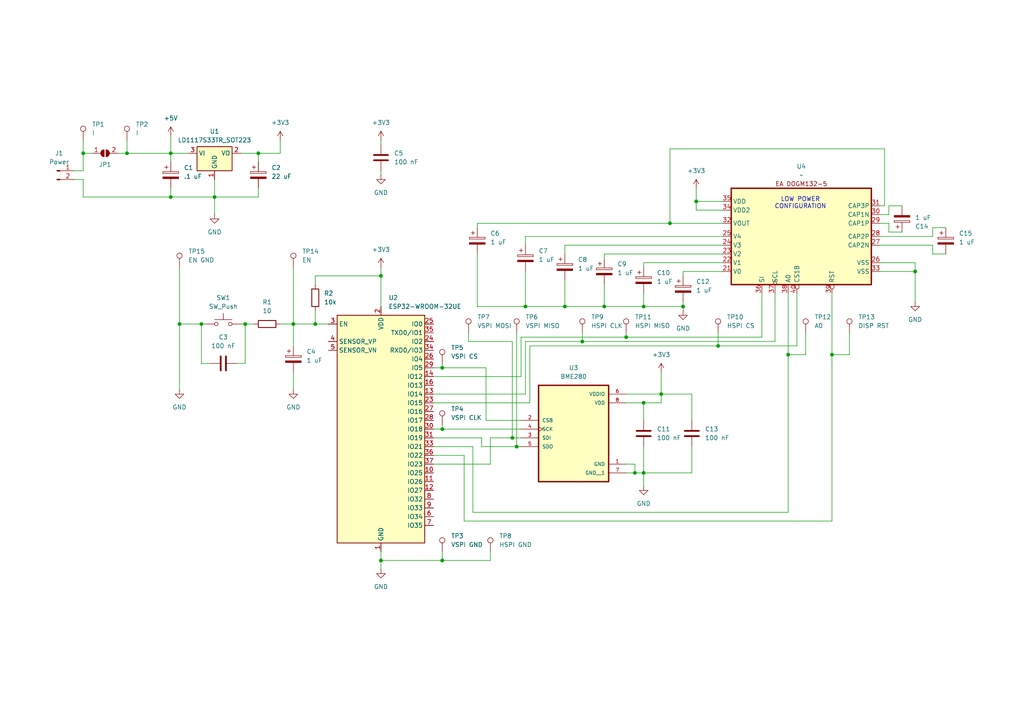
<source format=kicad_sch>
(kicad_sch (version 20231120) (generator "eeschema") (generator_version "8.0")
  (paper "A4")
  (lib_symbols
    (symbol "Connector:Conn_01x02_Pin" (pin_names (offset 1.016) hide)
      (property "Reference" "J" (at 0 2.54 0))
      (property "Value" "Conn_01x02_Pin" (at 0 -5.08 0))
      (symbol "Conn_01x02_Pin_1_1"
        (polyline (pts (xy 1.27 -2.54) (xy 0.8636 -2.54)) (stroke (width 0.1524)))
        (polyline (pts (xy 1.27 0) (xy 0.8636 0)) (stroke (width 0.1524)))
        (rectangle (start 0.8636 -2.413) (end 0 -2.667) (stroke (width 0.1524)) (fill (type outline)))
        (rectangle (start 0.8636 0.127) (end 0 -0.127) (stroke (width 0.1524)) (fill (type outline)))
        (pin passive line (at 5.08 0 180) (length 3.81) (name "Pin_1") (number "1"))
        (pin passive line (at 5.08 -2.54 180) (length 3.81) (name "Pin_2") (number "2"))
      )
    )
    (symbol "Connector:TestPoint" (pin_numbers hide) (pin_names (offset 0.762) hide)
      (property "Reference" "TP" (at 0 6.858 0))
      (property "Value" "TestPoint" (at 0 5.08 0))
      (symbol "TestPoint_0_1"
        (circle (center 0 3.302) (radius 0.762))
      )
      (symbol "TestPoint_1_1"
        (pin passive line (at 0 0 90) (length 2.54) (name "1") (number "1"))
      )
    )
    (symbol "Device:C" (pin_numbers hide) (pin_names (offset 0.254))
      (property "Reference" "C" (at 0.635 2.54 0))
      (property "Value" "C" (at 0.635 -2.54 0))
      (symbol "C_0_1"
        (polyline (pts (xy -2.032 -0.762) (xy 2.032 -0.762)) (stroke (width 0.508)))
        (polyline (pts (xy -2.032 0.762) (xy 2.032 0.762)) (stroke (width 0.508)))
      )
      (symbol "C_1_1"
        (pin passive line (at 0 3.81 270) (length 2.794) (name "~") (number "1"))
        (pin passive line (at 0 -3.81 90) (length 2.794) (name "~") (number "2"))
      )
    )
    (symbol "Device:C_Polarized" (pin_numbers hide) (pin_names (offset 0.254))
      (property "Reference" "C" (at 0.635 2.54 0))
      (property "Value" "C_Polarized" (at 0.635 -2.54 0))
      (symbol "C_Polarized_0_1"
        (rectangle (start -2.286 0.508) (end 2.286 1.016))
        (polyline (pts (xy -1.778 2.286) (xy -0.762 2.286)))
        (polyline (pts (xy -1.27 2.794) (xy -1.27 1.778)))
        (rectangle (start 2.286 -0.508) (end -2.286 -1.016) (fill (type outline)))
      )
      (symbol "C_Polarized_1_1"
        (pin passive line (at 0 3.81 270) (length 2.794) (name "~") (number "1"))
        (pin passive line (at 0 -3.81 90) (length 2.794) (name "~") (number "2"))
      )
    )
    (symbol "Device:R" (pin_numbers hide) (pin_names (offset 0))
      (property "Reference" "R" (at 2.032 0 90))
      (property "Value" "R" (at 0 0 90))
      (symbol "R_0_1"
        (rectangle (start -1.016 -2.54) (end 1.016 2.54) (stroke (width 0.254)))
      )
      (symbol "R_1_1"
        (pin passive line (at 0 3.81 270) (length 1.27) (name "~") (number "1"))
        (pin passive line (at 0 -3.81 90) (length 1.27) (name "~") (number "2"))
      )
    )
    (symbol "Jumper:SolderJumper_2_Open" (pin_names (offset 0) hide)
      (property "Reference" "JP" (at 0 2.032 0))
      (property "Value" "SolderJumper_2_Open" (at 0 -2.54 0))
      (symbol "SolderJumper_2_Open_0_1"
        (arc (start -0.254 1.016) (mid -1.2656 0) (end -0.254 -1.016))
        (arc (start -0.254 1.016) (mid -1.2656 0) (end -0.254 -1.016) (fill (type outline)))
        (polyline (pts (xy -0.254 1.016) (xy -0.254 -1.016)))
        (polyline (pts (xy 0.254 1.016) (xy 0.254 -1.016)))
        (arc (start 0.254 -1.016) (mid 1.2656 0) (end 0.254 1.016))
        (arc (start 0.254 -1.016) (mid 1.2656 0) (end 0.254 1.016) (fill (type outline)))
      )
      (symbol "SolderJumper_2_Open_1_1"
        (pin passive line (at -3.81 0 0) (length 2.54) (name "A") (number "1"))
        (pin passive line (at 3.81 0 180) (length 2.54) (name "B") (number "2"))
      )
    )
    (symbol "RF_Module:ESP32-WROOM-32UE"
      (property "Reference" "U" (at -12.7 34.29 0))
      (property "Value" "ESP32-WROOM-32UE" (at 1.27 34.29 0))
      (symbol "ESP32-WROOM-32UE_0_1"
        (rectangle (start -12.7 33.02) (end 12.7 -33.02) (stroke (width 0.254)) (fill (type background)))
      )
      (symbol "ESP32-WROOM-32UE_1_1"
        (pin power_in line (at 0 -35.56 90) (length 2.54) (name "GND") (number "1"))
        (pin bidirectional line (at 15.24 -12.7 180) (length 2.54) (name "IO25") (number "10"))
        (pin bidirectional line (at 15.24 -15.24 180) (length 2.54) (name "IO26") (number "11"))
        (pin bidirectional line (at 15.24 -17.78 180) (length 2.54) (name "IO27") (number "12"))
        (pin bidirectional line (at 15.24 10.16 180) (length 2.54) (name "IO14") (number "13"))
        (pin bidirectional line (at 15.24 15.24 180) (length 2.54) (name "IO12") (number "14"))
        (pin passive line (at 0 -35.56 90) (length 2.54) hide (name "GND") (number "15"))
        (pin bidirectional line (at 15.24 12.7 180) (length 2.54) (name "IO13") (number "16"))
        (pin no_connect line (at -12.7 -5.08 0) (length 2.54) hide (name "NC") (number "17"))
        (pin no_connect line (at -12.7 -7.62 0) (length 2.54) hide (name "NC") (number "18"))
        (pin no_connect line (at -12.7 -12.7 0) (length 2.54) hide (name "NC") (number "19"))
        (pin power_in line (at 0 35.56 270) (length 2.54) (name "VDD") (number "2"))
        (pin no_connect line (at -12.7 -10.16 0) (length 2.54) hide (name "NC") (number "20"))
        (pin no_connect line (at -12.7 0 0) (length 2.54) hide (name "NC") (number "21"))
        (pin no_connect line (at -12.7 -2.54 0) (length 2.54) hide (name "NC") (number "22"))
        (pin bidirectional line (at 15.24 7.62 180) (length 2.54) (name "IO15") (number "23"))
        (pin bidirectional line (at 15.24 25.4 180) (length 2.54) (name "IO2") (number "24"))
        (pin bidirectional line (at 15.24 30.48 180) (length 2.54) (name "IO0") (number "25"))
        (pin bidirectional line (at 15.24 20.32 180) (length 2.54) (name "IO4") (number "26"))
        (pin bidirectional line (at 15.24 5.08 180) (length 2.54) (name "IO16") (number "27"))
        (pin bidirectional line (at 15.24 2.54 180) (length 2.54) (name "IO17") (number "28"))
        (pin bidirectional line (at 15.24 17.78 180) (length 2.54) (name "IO5") (number "29"))
        (pin input line (at -15.24 30.48 0) (length 2.54) (name "EN") (number "3"))
        (pin bidirectional line (at 15.24 0 180) (length 2.54) (name "IO18") (number "30"))
        (pin bidirectional line (at 15.24 -2.54 180) (length 2.54) (name "IO19") (number "31"))
        (pin no_connect line (at -12.7 -27.94 0) (length 2.54) hide (name "NC") (number "32"))
        (pin bidirectional line (at 15.24 -5.08 180) (length 2.54) (name "IO21") (number "33"))
        (pin bidirectional line (at 15.24 22.86 180) (length 2.54) (name "RXD0/IO3") (number "34"))
        (pin bidirectional line (at 15.24 27.94 180) (length 2.54) (name "TXD0/IO1") (number "35"))
        (pin bidirectional line (at 15.24 -7.62 180) (length 2.54) (name "IO22") (number "36"))
        (pin bidirectional line (at 15.24 -10.16 180) (length 2.54) (name "IO23") (number "37"))
        (pin passive line (at 0 -35.56 90) (length 2.54) hide (name "GND") (number "38"))
        (pin passive line (at 0 -35.56 90) (length 2.54) hide (name "GND") (number "39"))
        (pin input line (at -15.24 25.4 0) (length 2.54) (name "SENSOR_VP") (number "4"))
        (pin input line (at -15.24 22.86 0) (length 2.54) (name "SENSOR_VN") (number "5"))
        (pin input line (at 15.24 -25.4 180) (length 2.54) (name "IO34") (number "6"))
        (pin input line (at 15.24 -27.94 180) (length 2.54) (name "IO35") (number "7"))
        (pin bidirectional line (at 15.24 -20.32 180) (length 2.54) (name "IO32") (number "8"))
        (pin bidirectional line (at 15.24 -22.86 180) (length 2.54) (name "IO33") (number "9"))
      )
    )
    (symbol "Regulator_Linear:LD1117S33TR_SOT223"
      (property "Reference" "U" (at -3.81 3.175 0))
      (property "Value" "LD1117S33TR_SOT223" (at 0 3.175 0))
      (symbol "LD1117S33TR_SOT223_0_1"
        (rectangle (start -5.08 -5.08) (end 5.08 1.905) (stroke (width 0.254)) (fill (type background)))
      )
      (symbol "LD1117S33TR_SOT223_1_1"
        (pin power_in line (at 0 -7.62 90) (length 2.54) (name "GND") (number "1"))
        (pin power_out line (at 7.62 0 180) (length 2.54) (name "VO") (number "2"))
        (pin power_in line (at -7.62 0 0) (length 2.54) (name "VI") (number "3"))
      )
    )
    (symbol "Switch:SW_Push" (pin_numbers hide) (pin_names (offset 1.016) hide)
      (property "Reference" "SW" (at 1.27 2.54 0))
      (property "Value" "SW_Push" (at 0 -1.524 0))
      (symbol "SW_Push_0_1"
        (circle (center -2.032 0) (radius 0.508))
        (polyline (pts (xy 0 1.27) (xy 0 3.048)))
        (polyline (pts (xy 2.54 1.27) (xy -2.54 1.27)))
        (circle (center 2.032 0) (radius 0.508))
        (pin passive line (at -5.08 0 0) (length 2.54) (name "1") (number "1"))
        (pin passive line (at 5.08 0 180) (length 2.54) (name "2") (number "2"))
      )
    )
    (symbol "gos:BME280" (pin_names (offset 1.016))
      (property "Reference" "U" (at -10.1662 13.3431 0))
      (property "Value" "BME280" (at -10.1683 -17.7924 0))
      (symbol "BME280_0_0"
        (rectangle (start -10.16 -15.24) (end 10.16 12.7) (stroke (width 0.4064)) (fill (type background)))
        (pin power_in line (at 15.24 -10.16 180) (length 5.08) (name "GND") (number "1"))
        (pin input line (at -15.24 2.54 0) (length 5.08) (name "CSB") (number "2"))
        (pin bidirectional line (at -15.24 -2.54 0) (length 5.08) (name "SDI") (number "3"))
        (pin input clock (at -15.24 0 0) (length 5.08) (name "SCK") (number "4"))
        (pin bidirectional line (at -15.24 -5.08 0) (length 5.08) (name "SDO") (number "5"))
        (pin power_in line (at 15.24 10.16 180) (length 5.08) (name "VDDIO") (number "6"))
        (pin power_in line (at 15.24 -12.7 180) (length 5.08) (name "GND__1") (number "7"))
        (pin power_in line (at 15.24 7.62 180) (length 5.08) (name "VDD") (number "8"))
      )
    )
    (symbol "gos:DOGM132"
      (property "Reference" "U" (at 0 17.018 0))
      (symbol "DOGM132_0_0"
        (rectangle (start -20.32 13.97) (end 20.32 -13.97) (stroke (width 0.4064)) (fill (type background)))
      )
      (symbol "DOGM132_1_1"
        (text "EA DOGM132-5" (at 0 15.24 0) (effects (font (size 1.27 1.27))))
        (pin passive line (at -22.86 -10.16 0) (length 2.54) (name "V0") (number "21"))
        (pin passive line (at -22.86 -7.62 0) (length 2.54) (name "V1") (number "22"))
        (pin passive line (at -22.86 -5.08 0) (length 2.54) (name "V2") (number "23"))
        (pin passive line (at -22.86 -2.54 0) (length 2.54) (name "V3") (number "24"))
        (pin passive line (at -22.86 0 0) (length 2.54) (name "V4") (number "25"))
        (pin power_in line (at 22.86 -7.62 180) (length 2.54) (name "VSS") (number "26"))
        (pin passive line (at 22.86 -2.54 180) (length 2.54) (name "CAP2N") (number "27"))
        (pin passive line (at 22.86 0 180) (length 2.54) (name "CAP2P") (number "28"))
        (pin passive line (at 22.86 3.81 180) (length 2.54) (name "CAP1P") (number "29"))
        (pin passive line (at 22.86 6.35 180) (length 2.54) (name "CAP1N") (number "30"))
        (pin passive line (at 22.86 8.89 180) (length 2.54) (name "CAP3P") (number "31"))
        (pin power_out line (at -22.86 3.81 0) (length 2.54) (name "VOUT") (number "32"))
        (pin power_in line (at 22.86 -10.16 180) (length 2.54) (name "VSS") (number "33"))
        (pin power_in line (at -22.86 7.62 0) (length 2.54) (name "VDD2") (number "34"))
        (pin power_in line (at -22.86 10.16 0) (length 2.54) (name "VDD") (number "35"))
        (pin input line (at -11.43 -16.51 90) (length 2.54) (name "SI") (number "36"))
        (pin input clock (at -7.62 -16.51 90) (length 2.54) (name "SCL") (number "37"))
        (pin input line (at -3.81 -16.51 90) (length 2.54) (name "A0") (number "38"))
        (pin input inverted (at 8.89 -16.51 90) (length 2.54) (name "RST") (number "39"))
        (pin input inverted (at -1.27 -16.51 90) (length 2.54) (name "CS1B") (number "40"))
      )
    )
    (symbol "power:+3V3" (power) (pin_numbers hide) (pin_names (offset 0) hide)
      (property "Value" "+3V3" (at 0 3.556 0))
      (symbol "+3V3_0_1"
        (polyline (pts (xy -0.762 1.27) (xy 0 2.54)))
        (polyline (pts (xy 0 0) (xy 0 2.54)))
        (polyline (pts (xy 0 2.54) (xy 0.762 1.27)))
      )
      (symbol "+3V3_1_1"
        (pin power_in line (at 0 0 90) (length 0) (name "~") (number "1"))
      )
    )
    (symbol "power:+5V" (power) (pin_numbers hide) (pin_names (offset 0) hide)
      (property "Value" "+5V" (at 0 3.556 0))
      (symbol "+5V_0_1"
        (polyline (pts (xy -0.762 1.27) (xy 0 2.54)))
        (polyline (pts (xy 0 0) (xy 0 2.54)))
        (polyline (pts (xy 0 2.54) (xy 0.762 1.27)))
      )
      (symbol "+5V_1_1"
        (pin power_in line (at 0 0 90) (length 0) (name "~") (number "1"))
      )
    )
    (symbol "power:GND" (power) (pin_numbers hide) (pin_names (offset 0) hide)
      (property "Value" "GND" (at 0 -3.81 0))
      (symbol "GND_0_1"
        (polyline (pts (xy 0 0) (xy 0 -1.27) (xy 1.27 -1.27) (xy 0 -2.54) (xy -1.27 -1.27) (xy 0 -1.27)))
      )
      (symbol "GND_1_1"
        (pin power_in line (at 0 0 270) (length 0) (name "~") (number "1"))
      )
    )
  )
  (junction (at 228.6 102.87))
  (junction (at 49.53 44.45))
  (junction (at 208.28 100.33))
  (junction (at 194.31 64.77))
  (junction (at 175.26 88.9))
  (junction (at 265.43 78.74))
  (junction (at 110.49 80.01))
  (junction (at 110.49 162.56))
  (junction (at 241.3 102.87))
  (junction (at 128.27 106.68))
  (junction (at 62.23 57.15))
  (junction (at 85.09 93.98))
  (junction (at 186.69 116.84))
  (junction (at 152.4 88.9))
  (junction (at 128.27 162.56))
  (junction (at 198.12 88.9))
  (junction (at 191.77 114.3))
  (junction (at 163.83 88.9))
  (junction (at 186.69 88.9))
  (junction (at 71.12 93.98))
  (junction (at 36.83 44.45))
  (junction (at 52.07 93.98))
  (junction (at 74.93 44.45))
  (junction (at 149.86 129.54))
  (junction (at 128.27 124.46))
  (junction (at 201.93 58.42))
  (junction (at 184.15 137.16))
  (junction (at 58.42 93.98))
  (junction (at 186.69 137.16))
  (junction (at 24.13 44.45))
  (junction (at 168.91 99.06))
  (junction (at 49.53 57.15))
  (junction (at 181.61 97.79))
  (junction (at 148.59 127))
  (junction (at 91.44 93.98))
  (wire (pts (xy 125.73 116.84) (xy 153.67 116.84)))
  (wire (pts (xy 163.83 81.28) (xy 163.83 88.9)))
  (wire (pts (xy 148.59 99.06) (xy 148.59 127)))
  (wire (pts (xy 198.12 87.63) (xy 198.12 88.9)))
  (wire (pts (xy 125.73 132.08) (xy 134.62 132.08)))
  (wire (pts (xy 85.09 93.98) (xy 91.44 93.98)))
  (wire (pts (xy 91.44 80.01) (xy 110.49 80.01)))
  (wire (pts (xy 209.55 60.96) (xy 201.93 60.96)))
  (wire (pts (xy 91.44 93.98) (xy 91.44 90.17)))
  (wire (pts (xy 209.55 71.12) (xy 163.83 71.12)))
  (wire (pts (xy 71.12 105.41) (xy 71.12 93.98)))
  (wire (pts (xy 191.77 114.3) (xy 191.77 116.84)))
  (wire (pts (xy 231.14 100.33) (xy 231.14 85.09)))
  (wire (pts (xy 255.27 64.77) (xy 257.81 64.77)))
  (wire (pts (xy 135.89 99.06) (xy 148.59 99.06)))
  (wire (pts (xy 233.68 96.52) (xy 233.68 102.87)))
  (wire (pts (xy 49.53 44.45) (xy 49.53 46.99)))
  (wire (pts (xy 270.51 71.12) (xy 270.51 73.66)))
  (wire (pts (xy 125.73 129.54) (xy 137.16 129.54)))
  (wire (pts (xy 208.28 96.52) (xy 208.28 100.33)))
  (wire (pts (xy 191.77 116.84) (xy 186.69 116.84)))
  (wire (pts (xy 246.38 96.52) (xy 246.38 102.87)))
  (wire (pts (xy 265.43 76.2) (xy 265.43 78.74)))
  (wire (pts (xy 128.27 106.68) (xy 140.97 106.68)))
  (wire (pts (xy 110.49 160.02) (xy 110.49 162.56)))
  (wire (pts (xy 224.79 99.06) (xy 224.79 85.09)))
  (wire (pts (xy 152.4 99.06) (xy 168.91 99.06)))
  (wire (pts (xy 34.29 44.45) (xy 36.83 44.45)))
  (wire (pts (xy 209.55 64.77) (xy 194.31 64.77)))
  (wire (pts (xy 62.23 57.15) (xy 62.23 62.23)))
  (wire (pts (xy 135.89 96.52) (xy 135.89 99.06)))
  (wire (pts (xy 153.67 100.33) (xy 208.28 100.33)))
  (wire (pts (xy 138.43 73.66) (xy 138.43 88.9)))
  (wire (pts (xy 58.42 93.98) (xy 59.69 93.98)))
  (wire (pts (xy 181.61 96.52) (xy 181.61 97.79)))
  (wire (pts (xy 209.55 78.74) (xy 198.12 78.74)))
  (wire (pts (xy 255.27 78.74) (xy 265.43 78.74)))
  (wire (pts (xy 186.69 76.2) (xy 186.69 77.47)))
  (wire (pts (xy 140.97 121.92) (xy 151.13 121.92)))
  (wire (pts (xy 257.81 67.31) (xy 261.62 67.31)))
  (wire (pts (xy 255.27 62.23) (xy 257.81 62.23)))
  (wire (pts (xy 91.44 82.55) (xy 91.44 80.01)))
  (wire (pts (xy 91.44 93.98) (xy 95.25 93.98)))
  (wire (pts (xy 139.7 129.54) (xy 149.86 129.54)))
  (wire (pts (xy 110.49 80.01) (xy 110.49 88.9)))
  (wire (pts (xy 149.86 96.52) (xy 149.86 129.54)))
  (wire (pts (xy 198.12 78.74) (xy 198.12 80.01)))
  (wire (pts (xy 228.6 148.59) (xy 228.6 102.87)))
  (wire (pts (xy 125.73 109.22) (xy 151.13 109.22)))
  (wire (pts (xy 142.24 160.02) (xy 142.24 162.56)))
  (wire (pts (xy 201.93 58.42) (xy 201.93 54.61)))
  (wire (pts (xy 49.53 57.15) (xy 62.23 57.15)))
  (wire (pts (xy 152.4 68.58) (xy 152.4 71.12)))
  (wire (pts (xy 142.24 127) (xy 148.59 127)))
  (wire (pts (xy 255.27 71.12) (xy 270.51 71.12)))
  (wire (pts (xy 74.93 44.45) (xy 81.28 44.45)))
  (wire (pts (xy 52.07 77.47) (xy 52.07 93.98)))
  (wire (pts (xy 246.38 102.87) (xy 241.3 102.87)))
  (wire (pts (xy 265.43 78.74) (xy 265.43 87.63)))
  (wire (pts (xy 128.27 105.41) (xy 128.27 106.68)))
  (wire (pts (xy 140.97 106.68) (xy 140.97 121.92)))
  (wire (pts (xy 81.28 44.45) (xy 81.28 40.64)))
  (wire (pts (xy 24.13 52.07) (xy 24.13 57.15)))
  (wire (pts (xy 62.23 52.07) (xy 62.23 57.15)))
  (wire (pts (xy 186.69 121.92) (xy 186.69 116.84)))
  (wire (pts (xy 186.69 137.16) (xy 186.69 140.97)))
  (wire (pts (xy 257.81 64.77) (xy 257.81 67.31)))
  (wire (pts (xy 163.83 71.12) (xy 163.83 73.66)))
  (wire (pts (xy 151.13 109.22) (xy 151.13 97.79)))
  (wire (pts (xy 184.15 137.16) (xy 186.69 137.16)))
  (wire (pts (xy 209.55 58.42) (xy 201.93 58.42)))
  (wire (pts (xy 194.31 43.18) (xy 256.54 43.18)))
  (wire (pts (xy 138.43 64.77) (xy 138.43 66.04)))
  (wire (pts (xy 241.3 102.87) (xy 241.3 85.09)))
  (wire (pts (xy 186.69 88.9) (xy 198.12 88.9)))
  (wire (pts (xy 137.16 129.54) (xy 137.16 148.59)))
  (wire (pts (xy 194.31 64.77) (xy 138.43 64.77)))
  (wire (pts (xy 142.24 162.56) (xy 128.27 162.56)))
  (wire (pts (xy 52.07 113.03) (xy 52.07 93.98)))
  (wire (pts (xy 60.96 105.41) (xy 58.42 105.41)))
  (wire (pts (xy 152.4 114.3) (xy 152.4 99.06)))
  (wire (pts (xy 184.15 134.62) (xy 184.15 137.16)))
  (wire (pts (xy 209.55 76.2) (xy 186.69 76.2)))
  (wire (pts (xy 24.13 57.15) (xy 49.53 57.15)))
  (wire (pts (xy 175.26 73.66) (xy 175.26 74.93)))
  (wire (pts (xy 134.62 132.08) (xy 134.62 151.13)))
  (wire (pts (xy 24.13 40.64) (xy 24.13 44.45)))
  (wire (pts (xy 255.27 76.2) (xy 265.43 76.2)))
  (wire (pts (xy 128.27 123.19) (xy 128.27 124.46)))
  (wire (pts (xy 220.98 97.79) (xy 220.98 85.09)))
  (wire (pts (xy 54.61 44.45) (xy 49.53 44.45)))
  (wire (pts (xy 163.83 88.9) (xy 175.26 88.9)))
  (wire (pts (xy 85.09 93.98) (xy 85.09 100.33)))
  (wire (pts (xy 256.54 43.18) (xy 256.54 59.69)))
  (wire (pts (xy 36.83 40.64) (xy 36.83 44.45)))
  (wire (pts (xy 228.6 102.87) (xy 228.6 85.09)))
  (wire (pts (xy 110.49 40.64) (xy 110.49 41.91)))
  (wire (pts (xy 128.27 162.56) (xy 110.49 162.56)))
  (wire (pts (xy 152.4 88.9) (xy 163.83 88.9)))
  (wire (pts (xy 81.28 93.98) (xy 85.09 93.98)))
  (wire (pts (xy 168.91 96.52) (xy 168.91 99.06)))
  (wire (pts (xy 125.73 124.46) (xy 128.27 124.46)))
  (wire (pts (xy 255.27 68.58) (xy 270.51 68.58)))
  (wire (pts (xy 125.73 134.62) (xy 142.24 134.62)))
  (wire (pts (xy 186.69 137.16) (xy 200.66 137.16)))
  (wire (pts (xy 85.09 77.47) (xy 85.09 93.98)))
  (wire (pts (xy 142.24 134.62) (xy 142.24 127)))
  (wire (pts (xy 153.67 116.84) (xy 153.67 100.33)))
  (wire (pts (xy 186.69 85.09) (xy 186.69 88.9)))
  (wire (pts (xy 200.66 137.16) (xy 200.66 129.54)))
  (wire (pts (xy 191.77 114.3) (xy 181.61 114.3)))
  (wire (pts (xy 181.61 97.79) (xy 220.98 97.79)))
  (wire (pts (xy 149.86 129.54) (xy 151.13 129.54)))
  (wire (pts (xy 125.73 106.68) (xy 128.27 106.68)))
  (wire (pts (xy 241.3 151.13) (xy 241.3 102.87)))
  (wire (pts (xy 209.55 68.58) (xy 152.4 68.58)))
  (wire (pts (xy 257.81 59.69) (xy 261.62 59.69)))
  (wire (pts (xy 138.43 88.9) (xy 152.4 88.9)))
  (wire (pts (xy 233.68 102.87) (xy 228.6 102.87)))
  (wire (pts (xy 270.51 66.04) (xy 274.32 66.04)))
  (wire (pts (xy 110.49 77.47) (xy 110.49 80.01)))
  (wire (pts (xy 110.49 162.56) (xy 110.49 165.1)))
  (wire (pts (xy 256.54 59.69) (xy 255.27 59.69)))
  (wire (pts (xy 200.66 114.3) (xy 191.77 114.3)))
  (wire (pts (xy 191.77 107.95) (xy 191.77 114.3)))
  (wire (pts (xy 85.09 107.95) (xy 85.09 113.03)))
  (wire (pts (xy 270.51 73.66) (xy 274.32 73.66)))
  (wire (pts (xy 52.07 93.98) (xy 58.42 93.98)))
  (wire (pts (xy 36.83 44.45) (xy 49.53 44.45)))
  (wire (pts (xy 181.61 134.62) (xy 184.15 134.62)))
  (wire (pts (xy 175.26 88.9) (xy 186.69 88.9)))
  (wire (pts (xy 208.28 100.33) (xy 231.14 100.33)))
  (wire (pts (xy 148.59 127) (xy 151.13 127)))
  (wire (pts (xy 128.27 124.46) (xy 151.13 124.46)))
  (wire (pts (xy 62.23 57.15) (xy 74.93 57.15)))
  (wire (pts (xy 24.13 44.45) (xy 24.13 49.53)))
  (wire (pts (xy 200.66 121.92) (xy 200.66 114.3)))
  (wire (pts (xy 186.69 137.16) (xy 186.69 129.54)))
  (wire (pts (xy 168.91 99.06) (xy 224.79 99.06)))
  (wire (pts (xy 24.13 44.45) (xy 26.67 44.45)))
  (wire (pts (xy 24.13 49.53) (xy 21.59 49.53)))
  (wire (pts (xy 21.59 52.07) (xy 24.13 52.07)))
  (wire (pts (xy 49.53 54.61) (xy 49.53 57.15)))
  (wire (pts (xy 49.53 44.45) (xy 49.53 39.37)))
  (wire (pts (xy 68.58 105.41) (xy 71.12 105.41)))
  (wire (pts (xy 137.16 148.59) (xy 228.6 148.59)))
  (wire (pts (xy 181.61 137.16) (xy 184.15 137.16)))
  (wire (pts (xy 175.26 82.55) (xy 175.26 88.9)))
  (wire (pts (xy 186.69 116.84) (xy 181.61 116.84)))
  (wire (pts (xy 58.42 105.41) (xy 58.42 93.98)))
  (wire (pts (xy 125.73 127) (xy 139.7 127)))
  (wire (pts (xy 152.4 78.74) (xy 152.4 88.9)))
  (wire (pts (xy 139.7 127) (xy 139.7 129.54)))
  (wire (pts (xy 128.27 160.02) (xy 128.27 162.56)))
  (wire (pts (xy 194.31 64.77) (xy 194.31 43.18)))
  (wire (pts (xy 201.93 60.96) (xy 201.93 58.42)))
  (wire (pts (xy 74.93 57.15) (xy 74.93 54.61)))
  (wire (pts (xy 71.12 93.98) (xy 73.66 93.98)))
  (wire (pts (xy 74.93 44.45) (xy 74.93 46.99)))
  (wire (pts (xy 110.49 49.53) (xy 110.49 50.8)))
  (wire (pts (xy 125.73 114.3) (xy 152.4 114.3)))
  (wire (pts (xy 69.85 44.45) (xy 74.93 44.45)))
  (wire (pts (xy 69.85 93.98) (xy 71.12 93.98)))
  (wire (pts (xy 198.12 88.9) (xy 198.12 90.17)))
  (wire (pts (xy 257.81 62.23) (xy 257.81 59.69)))
  (wire (pts (xy 270.51 68.58) (xy 270.51 66.04)))
  (wire (pts (xy 151.13 97.79) (xy 181.61 97.79)))
  (wire (pts (xy 134.62 151.13) (xy 241.3 151.13)))
  (wire (pts (xy 209.55 73.66) (xy 175.26 73.66)))
  (text "LOW POWER\nCONFIGURATION" (at 232.156 58.928 0) (effects (font (size 1.27 1.27))))
  (symbol (lib_id "power:GND") (at 110.49 165.1 0) (unit 1)
    (property "Reference" "#PWR09" (effects (hide yes)))
    (property "Value" "GND" (at 110.49 170.18 0))
    (property "Description" "Power symbol creates a global label with name \"GND\" , ground" (effects (hide yes)))
  )
  (symbol (lib_id "power:GND") (at 186.69 140.97 0) (unit 1)
    (property "Reference" "#PWR010" (effects (hide yes)))
    (property "Value" "GND" (at 186.69 146.05 0))
    (property "Description" "Power symbol creates a global label with name \"GND\" , ground" (effects (hide yes)))
  )
  (symbol (lib_id "Connector:TestPoint") (at 142.24 160.02 0) (unit 1)
    (property "Reference" "TP8" (at 144.78 155.4479 0) (effects (justify left)))
    (property "Value" "HSPI GND" (at 144.78 157.9879 0) (effects (justify left)))
    (property "Footprint" "TestPoint:TestPoint_Loop_D2.50mm_Drill1.0mm" (effects (hide yes)))
    (property "Description" "test point" (effects (hide yes)))
  )
  (symbol (lib_id "Device:C") (at 200.66 125.73 0) (unit 1)
    (property "Reference" "C13" (at 204.47 124.4599 0) (effects (justify left)))
    (property "Value" "100 nF" (at 204.47 126.9999 0) (effects (justify left)))
    (property "Footprint" "Capacitor_SMD:C_1206_3216Metric_Pad1.33x1.80mm_HandSolder" (effects (hide yes)))
    (property "Description" "Unpolarized capacitor" (effects (hide yes)))
  )
  (symbol (lib_id "Connector:TestPoint") (at 85.09 77.47 0) (unit 1)
    (property "Reference" "TP14" (at 87.63 72.8979 0) (effects (justify left)))
    (property "Value" "EN" (at 87.63 75.4379 0) (effects (justify left)))
    (property "Footprint" "TestPoint:TestPoint_Loop_D2.50mm_Drill1.0mm" (effects (hide yes)))
    (property "Description" "test point" (effects (hide yes)))
  )
  (symbol (lib_id "Connector:TestPoint") (at 52.07 77.47 0) (unit 1)
    (property "Reference" "TP15" (at 54.61 72.8979 0) (effects (justify left)))
    (property "Value" "EN GND" (at 54.61 75.4379 0) (effects (justify left)))
    (property "Footprint" "TestPoint:TestPoint_Loop_D2.50mm_Drill1.0mm" (effects (hide yes)))
    (property "Description" "test point" (effects (hide yes)))
  )
  (symbol (lib_id "Connector:TestPoint") (at 168.91 96.52 0) (unit 1)
    (property "Reference" "TP9" (at 171.45 91.9479 0) (effects (justify left)))
    (property "Value" "HSPI CLK" (at 171.45 94.4879 0) (effects (justify left)))
    (property "Footprint" "TestPoint:TestPoint_Loop_D2.50mm_Drill1.0mm" (effects (hide yes)))
    (property "Description" "test point" (effects (hide yes)))
  )
  (symbol (lib_id "Connector:TestPoint") (at 208.28 96.52 0) (unit 1)
    (property "Reference" "TP10" (at 210.82 91.9479 0) (effects (justify left)))
    (property "Value" "HSPI CS" (at 210.82 94.4879 0) (effects (justify left)))
    (property "Footprint" "TestPoint:TestPoint_Loop_D2.50mm_Drill1.0mm" (effects (hide yes)))
    (property "Description" "test point" (effects (hide yes)))
  )
  (symbol (lib_id "power:GND") (at 62.23 62.23 0) (unit 1)
    (property "Reference" "#PWR02" (effects (hide yes)))
    (property "Value" "GND" (at 62.23 67.31 0))
    (property "Description" "Power symbol creates a global label with name \"GND\" , ground" (effects (hide yes)))
  )
  (symbol (lib_id "Jumper:SolderJumper_2_Open") (at 30.48 44.45 0) (unit 1)
    (property "Reference" "JP1" (at 30.48 47.733 0))
    (property "Value" "ID_WP" (effects (hide yes)))
    (property "Footprint" "Jumper:SolderJumper-2_P1.3mm_Open_RoundedPad1.0x1.5mm" (effects (hide yes)))
  )
  (symbol (lib_id "power:+3V3") (at 201.93 54.61 0) (unit 1)
    (property "Reference" "#PWR013" (effects (hide yes)))
    (property "Value" "+3V3" (at 201.93 49.53 0))
    (property "Description" "Power symbol creates a global label with name \"+3V3\"" (effects (hide yes)))
  )
  (symbol (lib_id "gos:DOGM132") (at 232.41 68.58 0) (unit 1)
    (property "Reference" "U4" (at 232.41 48.26 0))
    (property "Value" "~" (at 232.41 50.8 0))
    (property "Footprint" "gos:DOGM132-5" (effects (hide yes)))
  )
  (symbol (lib_id "Switch:SW_Push") (at 64.77 93.98 0) (unit 1)
    (property "Reference" "SW1" (at 64.77 86.36 0))
    (property "Value" "SW_Push" (at 64.77 88.9 0))
    (property "Footprint" "Connector_PinSocket_2.54mm:PinSocket_1x02_P2.54mm_Vertical" (effects (hide yes)))
    (property "Description" "Push button switch, generic, two pins" (effects (hide yes)))
  )
  (symbol (lib_id "Device:R") (at 91.44 86.36 0) (unit 1)
    (property "Reference" "R2" (at 93.98 85.0899 0) (effects (justify left)))
    (property "Value" "10k" (at 93.98 87.6299 0) (effects (justify left)))
    (property "Footprint" "Resistor_SMD:R_1206_3216Metric_Pad1.30x1.75mm_HandSolder" (effects (hide yes)))
    (property "Description" "Resistor" (effects (hide yes)))
  )
  (symbol (lib_id "Regulator_Linear:LD1117S33TR_SOT223") (at 62.23 44.45 0) (unit 1)
    (property "Reference" "U1" (at 62.23 38.1 0))
    (property "Value" "LD1117S33TR_SOT223" (at 62.23 40.64 0))
    (property "Footprint" "Package_TO_SOT_SMD:SOT-223-3_TabPin2" (effects (hide yes)))
    (property "Datasheet" "http://www.st.com/st-web-ui/static/active/en/resource/technical/document/datasheet/CD00000544.pdf" (effects (hide yes)))
    (property "Description" "800mA Fixed Low Drop Positive Voltage Regulator, Fixed Output 3.3V, SOT-223" (effects (hide yes)))
  )
  (symbol (lib_id "RF_Module:ESP32-WROOM-32UE") (at 110.49 124.46 0) (unit 1)
    (property "Reference" "U2" (at 112.6841 86.36 0) (effects (justify left)))
    (property "Value" "ESP32-WROOM-32UE" (at 112.6841 88.9 0) (effects (justify left)))
    (property "Footprint" "RF_Module:ESP32-WROOM-32UE" (effects (hide yes)))
    (property "Datasheet" "https://www.espressif.com/sites/default/files/documentation/esp32-wroom-32e_esp32-wroom-32ue_datasheet_en.pdf" (effects (hide yes)))
    (property "Description" "RF Module, ESP32-D0WD-V3 SoC, without PSRAM, Wi-Fi 802.11b/g/n, Bluetooth, BLE, 32-bit, 2.7-3.6V, external antenna, SMD" (effects (hide yes)))
  )
  (symbol (lib_id "power:+3V3") (at 110.49 77.47 0) (unit 1)
    (property "Reference" "#PWR08" (effects (hide yes)))
    (property "Value" "+3V3" (at 110.49 72.39 0))
    (property "Description" "Power symbol creates a global label with name \"+3V3\"" (effects (hide yes)))
  )
  (symbol (lib_id "Device:R") (at 77.47 93.98 90) (unit 1)
    (property "Reference" "R1" (at 77.47 87.63 90))
    (property "Value" "10" (at 77.47 90.17 90))
    (property "Footprint" "Resistor_SMD:R_1206_3216Metric_Pad1.30x1.75mm_HandSolder" (effects (hide yes)))
    (property "Description" "Resistor" (effects (hide yes)))
  )
  (symbol (lib_id "power:+3V3") (at 110.49 40.64 0) (unit 1)
    (property "Reference" "#PWR06" (effects (hide yes)))
    (property "Value" "+3V3" (at 110.49 35.56 0))
    (property "Description" "Power symbol creates a global label with name \"+3V3\"" (effects (hide yes)))
  )
  (symbol (lib_id "Device:C_Polarized") (at 49.53 50.8 0) (unit 1)
    (property "Reference" "C1" (at 53.34 48.6409 0) (effects (justify left)))
    (property "Value" ".1 uF" (at 53.34 51.1809 0) (effects (justify left)))
    (property "Footprint" "Capacitor_SMD:C_1206_3216Metric_Pad1.33x1.80mm_HandSolder" (effects (hide yes)))
    (property "Description" "Polarized capacitor" (effects (hide yes)))
  )
  (symbol (lib_id "Device:C") (at 64.77 105.41 90) (unit 1)
    (property "Reference" "C3" (at 64.77 97.79 90))
    (property "Value" "100 nF" (at 64.77 100.33 90))
    (property "Footprint" "Capacitor_SMD:C_1206_3216Metric_Pad1.33x1.80mm_HandSolder" (effects (hide yes)))
    (property "Description" "Unpolarized capacitor" (effects (hide yes)))
  )
  (symbol (lib_id "Device:C_Polarized") (at 74.93 50.8 0) (unit 1)
    (property "Reference" "C2" (at 78.74 48.6409 0) (effects (justify left)))
    (property "Value" "22 uF" (at 78.74 51.1809 0) (effects (justify left)))
    (property "Footprint" "Capacitor_SMD:CP_Elec_4x5.4" (effects (hide yes)))
    (property "Description" "Polarized capacitor" (effects (hide yes)))
  )
  (symbol (lib_id "Device:C") (at 186.69 125.73 0) (unit 1)
    (property "Reference" "C11" (at 190.5 124.4599 0) (effects (justify left)))
    (property "Value" "100 nF" (at 190.5 126.9999 0) (effects (justify left)))
    (property "Footprint" "Capacitor_SMD:C_1206_3216Metric_Pad1.33x1.80mm_HandSolder" (effects (hide yes)))
    (property "Description" "Unpolarized capacitor" (effects (hide yes)))
  )
  (symbol (lib_id "power:GND") (at 198.12 90.17 0) (unit 1)
    (property "Reference" "#PWR012" (effects (hide yes)))
    (property "Value" "GND" (at 198.12 95.25 0))
    (property "Description" "Power symbol creates a global label with name \"GND\" , ground" (effects (hide yes)))
  )
  (symbol (lib_id "Connector:TestPoint") (at 128.27 160.02 0) (unit 1)
    (property "Reference" "TP3" (at 130.81 155.4479 0) (effects (justify left)))
    (property "Value" "VSPI GND" (at 130.81 157.9879 0) (effects (justify left)))
    (property "Footprint" "TestPoint:TestPoint_Loop_D2.50mm_Drill1.0mm" (effects (hide yes)))
    (property "Description" "test point" (effects (hide yes)))
  )
  (symbol (lib_id "Connector:TestPoint") (at 135.89 96.52 0) (unit 1)
    (property "Reference" "TP7" (at 138.43 91.9479 0) (effects (justify left)))
    (property "Value" "VSPI MOSI" (at 138.43 94.4879 0) (effects (justify left)))
    (property "Footprint" "TestPoint:TestPoint_Loop_D2.50mm_Drill1.0mm" (effects (hide yes)))
    (property "Description" "test point" (effects (hide yes)))
  )
  (symbol (lib_id "Device:C_Polarized") (at 163.83 77.47 0) (unit 1)
    (property "Reference" "C8" (at 167.64 75.3109 0) (effects (justify left)))
    (property "Value" "1 uF" (at 167.64 77.8509 0) (effects (justify left)))
    (property "Footprint" "Capacitor_SMD:C_1206_3216Metric_Pad1.33x1.80mm_HandSolder" (effects (hide yes)))
    (property "Description" "Polarized capacitor" (effects (hide yes)))
  )
  (symbol (lib_id "power:GND") (at 265.43 87.63 0) (unit 1)
    (property "Reference" "#PWR014" (effects (hide yes)))
    (property "Value" "GND" (at 265.43 92.71 0))
    (property "Description" "Power symbol creates a global label with name \"GND\" , ground" (effects (hide yes)))
  )
  (symbol (lib_id "power:+5V") (at 49.53 39.37 0) (unit 1)
    (property "Reference" "#PWR01" (effects (hide yes)))
    (property "Value" "+5V" (at 49.53 34.29 0))
    (property "Description" "Power symbol creates a global label with name \"+5V\"" (effects (hide yes)))
  )
  (symbol (lib_id "Connector:TestPoint") (at 233.68 96.52 0) (unit 1)
    (property "Reference" "TP12" (at 236.22 91.9479 0) (effects (justify left)))
    (property "Value" "A0" (at 236.22 94.4879 0) (effects (justify left)))
    (property "Footprint" "TestPoint:TestPoint_Loop_D2.50mm_Drill1.0mm" (effects (hide yes)))
    (property "Description" "test point" (effects (hide yes)))
  )
  (symbol (lib_id "Connector:TestPoint") (at 246.38 96.52 0) (unit 1)
    (property "Reference" "TP13" (at 248.92 91.9479 0) (effects (justify left)))
    (property "Value" "DISP RST" (at 248.92 94.4879 0) (effects (justify left)))
    (property "Footprint" "TestPoint:TestPoint_Loop_D2.50mm_Drill1.0mm" (effects (hide yes)))
    (property "Description" "test point" (effects (hide yes)))
  )
  (symbol (lib_id "Device:C_Polarized") (at 274.32 69.85 0) (unit 1)
    (property "Reference" "C15" (at 278.13 67.6909 0) (effects (justify left)))
    (property "Value" "1 uF" (at 278.13 70.2309 0) (effects (justify left)))
    (property "Footprint" "Capacitor_SMD:C_1206_3216Metric_Pad1.33x1.80mm_HandSolder" (effects (hide yes)))
    (property "Description" "Polarized capacitor" (effects (hide yes)))
  )
  (symbol (lib_id "power:GND") (at 110.49 50.8 0) (unit 1)
    (property "Reference" "#PWR07" (effects (hide yes)))
    (property "Value" "GND" (at 110.49 55.88 0))
    (property "Description" "Power symbol creates a global label with name \"GND\" , ground" (effects (hide yes)))
  )
  (symbol (lib_id "Device:C_Polarized") (at 138.43 69.85 0) (unit 1)
    (property "Reference" "C6" (at 142.24 67.6909 0) (effects (justify left)))
    (property "Value" "1 uF" (at 142.24 70.2309 0) (effects (justify left)))
    (property "Footprint" "Capacitor_SMD:C_1206_3216Metric_Pad1.33x1.80mm_HandSolder" (effects (hide yes)))
    (property "Description" "Polarized capacitor" (effects (hide yes)))
  )
  (symbol (lib_id "power:+3V3") (at 191.77 107.95 0) (unit 1)
    (property "Reference" "#PWR011" (effects (hide yes)))
    (property "Value" "+3V3" (at 191.77 102.87 0))
    (property "Description" "Power symbol creates a global label with name \"+3V3\"" (effects (hide yes)))
  )
  (symbol (lib_id "Connector:TestPoint") (at 24.13 40.64 0) (unit 1)
    (property "Reference" "TP1" (at 26.67 36.0679 0) (effects (justify left)))
    (property "Value" "I" (at 26.67 38.6079 0) (effects (justify left)))
    (property "Footprint" "TestPoint:TestPoint_Loop_D2.50mm_Drill1.0mm" (effects (hide yes)))
    (property "Description" "test point" (effects (hide yes)))
  )
  (symbol (lib_id "Device:C_Polarized") (at 186.69 81.28 0) (unit 1)
    (property "Reference" "C10" (at 190.5 79.1209 0) (effects (justify left)))
    (property "Value" "1 uF" (at 190.5 81.6609 0) (effects (justify left)))
    (property "Footprint" "Capacitor_SMD:C_1206_3216Metric_Pad1.33x1.80mm_HandSolder" (effects (hide yes)))
    (property "Description" "Polarized capacitor" (effects (hide yes)))
  )
  (symbol (lib_id "power:GND") (at 85.09 113.03 0) (unit 1)
    (property "Reference" "#PWR05" (effects (hide yes)))
    (property "Value" "GND" (at 85.09 118.11 0))
    (property "Description" "Power symbol creates a global label with name \"GND\" , ground" (effects (hide yes)))
  )
  (symbol (lib_id "Connector:TestPoint") (at 181.61 96.52 0) (unit 1)
    (property "Reference" "TP11" (at 184.15 91.9479 0) (effects (justify left)))
    (property "Value" "HSPI MISO" (at 184.15 94.4879 0) (effects (justify left)))
    (property "Footprint" "TestPoint:TestPoint_Loop_D2.50mm_Drill1.0mm" (effects (hide yes)))
    (property "Description" "test point" (effects (hide yes)))
  )
  (symbol (lib_id "Connector:TestPoint") (at 149.86 96.52 0) (unit 1)
    (property "Reference" "TP6" (at 152.4 91.9479 0) (effects (justify left)))
    (property "Value" "VSPI MISO" (at 152.4 94.4879 0) (effects (justify left)))
    (property "Footprint" "TestPoint:TestPoint_Loop_D2.50mm_Drill1.0mm" (effects (hide yes)))
    (property "Description" "test point" (effects (hide yes)))
  )
  (symbol (lib_id "Device:C_Polarized") (at 261.62 63.5 0) (mirror x) (unit 1)
    (property "Reference" "C14" (at 265.43 65.6591 0) (effects (justify left)))
    (property "Value" "1 uF" (at 265.43 63.1191 0) (effects (justify left)))
    (property "Footprint" "Capacitor_SMD:C_1206_3216Metric_Pad1.33x1.80mm_HandSolder" (effects (hide yes)))
    (property "Description" "Polarized capacitor" (effects (hide yes)))
  )
  (symbol (lib_id "Device:C") (at 110.49 45.72 0) (unit 1)
    (property "Reference" "C5" (at 114.3 44.4499 0) (effects (justify left)))
    (property "Value" "100 nF" (at 114.3 46.9899 0) (effects (justify left)))
    (property "Footprint" "Capacitor_SMD:C_1206_3216Metric_Pad1.33x1.80mm_HandSolder" (effects (hide yes)))
    (property "Description" "Unpolarized capacitor" (effects (hide yes)))
  )
  (symbol (lib_id "Connector:Conn_01x02_Pin") (at 16.51 49.53 0) (unit 1)
    (property "Reference" "J1" (at 17.145 44.45 0))
    (property "Value" "Power" (at 17.145 46.99 0))
    (property "Footprint" "Connector_PinSocket_2.54mm:PinSocket_1x02_P2.54mm_Vertical" (effects (hide yes)))
    (property "Description" "Generic connector, single row, 01x02, script generated" (effects (hide yes)))
  )
  (symbol (lib_id "power:GND") (at 52.07 113.03 0) (unit 1)
    (property "Reference" "#PWR03" (effects (hide yes)))
    (property "Value" "GND" (at 52.07 118.11 0))
    (property "Description" "Power symbol creates a global label with name \"GND\" , ground" (effects (hide yes)))
  )
  (symbol (lib_id "Connector:TestPoint") (at 128.27 105.41 0) (unit 1)
    (property "Reference" "TP5" (at 130.81 100.8379 0) (effects (justify left)))
    (property "Value" "VSPI CS" (at 130.81 103.3779 0) (effects (justify left)))
    (property "Footprint" "TestPoint:TestPoint_Loop_D2.50mm_Drill1.0mm" (effects (hide yes)))
    (property "Description" "test point" (effects (hide yes)))
  )
  (symbol (lib_id "gos:BME280") (at 166.37 124.46 0) (unit 1)
    (property "Reference" "U3" (at 166.37 106.68 0))
    (property "Value" "BME280" (at 166.37 109.22 0))
    (property "Footprint" "gos:PSON65P250X250X100-8N" (effects (hide yes)))
    (property "Description" "Integrated pressure, humidity and temperature sensor; 8-pin 2.5x2.5x0.93mm LGA" (effects (hide yes)))
    (property "MF" "Bosch" (effects (hide yes)))
    (property "PACKAGE" "LGA-8 Bosch" (effects (hide yes)))
    (property "PRICE" "4.94 USD" (effects (hide yes)))
    (property "STANDARD" "IPC-7351B" (effects (hide yes)))
    (property "MP" "BME280" (effects (hide yes)))
    (property "AVAILABILITY" "Good" (effects (hide yes)))
  )
  (symbol (lib_id "Connector:TestPoint") (at 36.83 40.64 0) (unit 1)
    (property "Reference" "TP2" (at 39.37 36.0679 0) (effects (justify left)))
    (property "Value" "I" (at 39.37 38.6079 0) (effects (justify left)))
    (property "Footprint" "TestPoint:TestPoint_Loop_D2.50mm_Drill1.0mm" (effects (hide yes)))
    (property "Description" "test point" (effects (hide yes)))
  )
  (symbol (lib_id "Connector:TestPoint") (at 128.27 123.19 0) (unit 1)
    (property "Reference" "TP4" (at 130.81 118.6179 0) (effects (justify left)))
    (property "Value" "VSPI CLK" (at 130.81 121.1579 0) (effects (justify left)))
    (property "Footprint" "TestPoint:TestPoint_Loop_D2.50mm_Drill1.0mm" (effects (hide yes)))
    (property "Description" "test point" (effects (hide yes)))
  )
  (symbol (lib_id "Device:C_Polarized") (at 152.4 74.93 0) (unit 1)
    (property "Reference" "C7" (at 156.21 72.7709 0) (effects (justify left)))
    (property "Value" "1 uF" (at 156.21 75.3109 0) (effects (justify left)))
    (property "Footprint" "Capacitor_SMD:C_1206_3216Metric_Pad1.33x1.80mm_HandSolder" (effects (hide yes)))
    (property "Description" "Polarized capacitor" (effects (hide yes)))
  )
  (symbol (lib_id "Device:C_Polarized") (at 198.12 83.82 0) (unit 1)
    (property "Reference" "C12" (at 201.93 81.6609 0) (effects (justify left)))
    (property "Value" "1 uF" (at 201.93 84.2009 0) (effects (justify left)))
    (property "Footprint" "Capacitor_SMD:C_1206_3216Metric_Pad1.33x1.80mm_HandSolder" (effects (hide yes)))
    (property "Description" "Polarized capacitor" (effects (hide yes)))
  )
  (symbol (lib_id "Device:C_Polarized") (at 175.26 78.74 0) (unit 1)
    (property "Reference" "C9" (at 179.07 76.5809 0) (effects (justify left)))
    (property "Value" "1 uF" (at 179.07 79.1209 0) (effects (justify left)))
    (property "Footprint" "Capacitor_SMD:C_1206_3216Metric_Pad1.33x1.80mm_HandSolder" (effects (hide yes)))
    (property "Description" "Polarized capacitor" (effects (hide yes)))
  )
  (symbol (lib_id "power:+3V3") (at 81.28 40.64 0) (unit 1)
    (property "Reference" "#PWR04" (effects (hide yes)))
    (property "Value" "+3V3" (at 81.28 35.56 0))
    (property "Description" "Power symbol creates a global label with name \"+3V3\"" (effects (hide yes)))
  )
  (symbol (lib_id "Device:C_Polarized") (at 85.09 104.14 0) (unit 1)
    (property "Reference" "C4" (at 88.9 101.9809 0) (effects (justify left)))
    (property "Value" "1 uF" (at 88.9 104.5209 0) (effects (justify left)))
    (property "Footprint" "Capacitor_SMD:C_1206_3216Metric_Pad1.33x1.80mm_HandSolder" (effects (hide yes)))
    (property "Description" "Polarized capacitor" (effects (hide yes)))
  )
)
</source>
